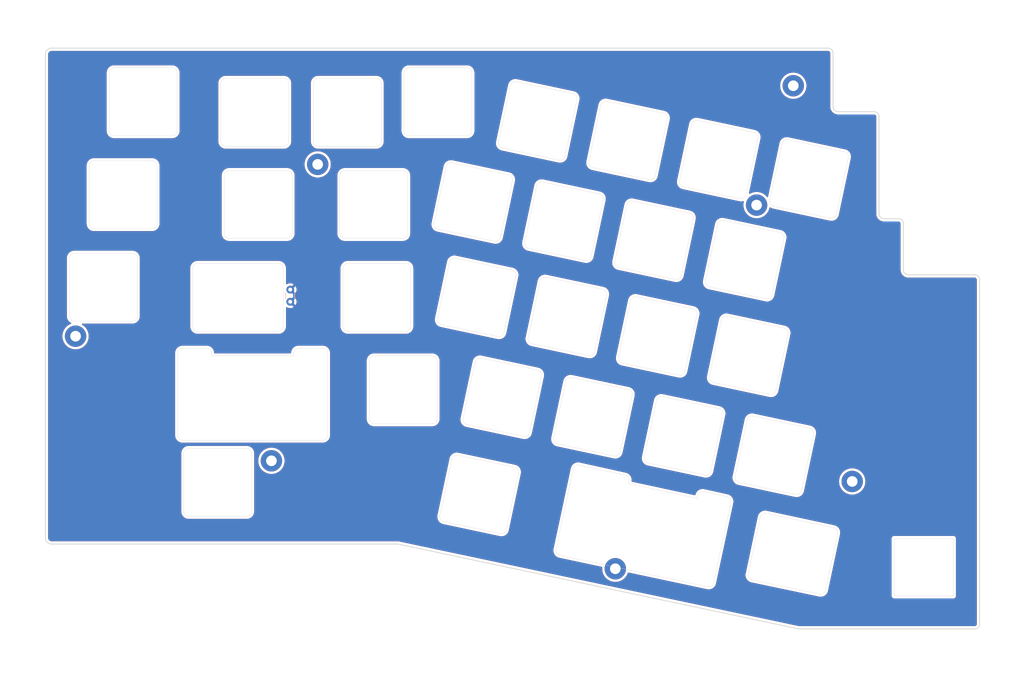
<source format=kicad_pcb>
(kicad_pcb (version 20171130) (host pcbnew "(5.1.6)-1")
  (layers (0 F.Cu signal) (31 B.Cu signal) (34 B.Paste user) (35 F.Paste user) (36 B.SilkS user) (37 F.SilkS user) (38 B.Mask user) (39 F.Mask user) (44 Edge.Cuts user))
  (net 0 "")
  (net 1 GND)
  (module cftkb:C_Disc_D3.0mm_W1.6mm_P2.50mm (layer B.Cu) (at 99.5045 84.2645 270)
    (fp_text reference C1 hide)
    (fp_text value Device_C_Small hide)
    (fp_line (start 0.621 -0.92) (end 1.879 -0.92) (layer B.SilkS) (width 0.12))
    (fp_line (start 0.621 0.92) (end 1.879 0.92) (layer B.SilkS) (width 0.12))
    (pad 1 thru_hole circle (at 0 0 270) (size 1.6 1.6) (drill 0.8) (layers *.Cu *.Mask) (net 1 GND))
    (pad 2 thru_hole circle (at 2.5 0 270) (size 1.6 1.6) (drill 0.8) (layers *.Cu *.Mask) (net 1 GND))
  )
  (module cftkb:MountingHole_2.2mm_M2_Pad (layer F.Cu) (at 203.073 42.291)
    (fp_text reference TH1)
    (fp_text value HOLE)
    (pad 1 thru_hole circle (at 0 0) (size 4.4 4.4) (drill 2.2) (layers *.Cu *.Mask))
  )
  (module cftkb:MountingHole_2.2mm_M2_Pad (layer F.Cu) (at 215.201491 123.761505)
    (fp_text reference TH5)
    (fp_text value HOLE)
    (pad 1 thru_hole circle (at 0 0) (size 4.4 4.4) (drill 2.2) (layers *.Cu *.Mask))
  )
  (module cftkb:MountingHole_2.2mm_M2_Pad (layer B.Cu) (at 55.308504 93.853003)
    (fp_text reference TH2)
    (fp_text value HOLE)
    (pad 1 thru_hole circle (at 0 0) (size 4.4 4.4) (drill 2.2) (layers *.Cu *.Mask))
  )
  (module cftkb:MountingHole_2.2mm_M2_Pad (layer F.Cu) (at 166.4335 141.732)
    (fp_text reference TH7)
    (fp_text value HOLE)
    (pad 1 thru_hole circle (at 0 0) (size 4.4 4.4) (drill 2.2) (layers *.Cu *.Mask))
  )
  (module cftkb:MountingHole_2.2mm_M2_Pad (layer F.Cu) (at 95.630996 119.506993)
    (fp_text reference TH4)
    (fp_text value HOLE)
    (pad 1 thru_hole circle (at 0 0) (size 4.4 4.4) (drill 2.2) (layers *.Cu *.Mask))
  )
  (module cftkb:MountingHole_2.2mm_M2_Pad (layer F.Cu) (at 105.156004 58.4835)
    (fp_text reference TH3)
    (fp_text value HOLE)
    (pad 1 thru_hole circle (at 0 0) (size 4.4 4.4) (drill 2.2) (layers *.Cu *.Mask))
  )
  (module cftkb:MountingHole_2.2mm_M2_Pad (layer F.Cu) (at 195.5165 66.8655)
    (fp_text reference TH6)
    (fp_text value HOLE)
    (pad 1 thru_hole circle (at 0 0) (size 4.4 4.4) (drill 2.2) (layers *.Cu *.Mask))
  )
  (gr_arc (start 240.411007 82.232509) (end 241.427013 82.232498) (angle -90) (layer Edge.Cuts) (width 0.15))
  (gr_arc (start 226.758502 80.200503) (end 225.742499 80.200503) (angle -90) (layer Edge.Cuts) (width 0.15))
  (gr_arc (start 224.726507 70.675509) (end 225.742513 70.675498) (angle -90) (layer Edge.Cuts) (width 0.15))
  (gr_line (start 225.742499 80.200503) (end 225.742513 70.675498) (layer Edge.Cuts) (width 0.15))
  (gr_line (start 240.410996 81.216503) (end 226.758502 81.216506) (layer Edge.Cuts) (width 0.15))
  (gr_arc (start 221.742002 68.643503) (end 220.725999 68.643503) (angle -90) (layer Edge.Cuts) (width 0.15))
  (gr_arc (start 219.71 48.641) (end 220.726 48.641) (angle -90) (layer Edge.Cuts) (width 0.15))
  (gr_arc (start 212.280502 46.609003) (end 211.264499 46.609003) (angle -90) (layer Edge.Cuts) (width 0.15))
  (gr_arc (start 210.2485 35.56) (end 211.2645 35.56) (angle -90) (layer Edge.Cuts) (width 0.15))
  (gr_line (start 211.264499 46.609003) (end 211.2645 35.56) (layer Edge.Cuts) (width 0.15))
  (gr_line (start 219.71 47.625) (end 212.2805 47.625) (layer Edge.Cuts) (width 0.15))
  (gr_line (start 220.725999 68.643503) (end 220.726 48.641) (layer Edge.Cuts) (width 0.15))
  (gr_line (start 224.726496 69.659503) (end 221.742002 69.659506) (layer Edge.Cuts) (width 0.15))
  (gr_arc (start 185.652883 144.440252) (end 185.44164 145.43406) (angle -90) (layer Edge.Cuts) (width 0.05))
  (gr_arc (start 189.207758 127.910119) (end 190.201561 128.121358) (angle -90) (layer Edge.Cuts) (width 0.05))
  (gr_arc (start 184.425118 126.8508) (end 184.636356 125.857) (angle -90) (layer Edge.Cuts) (width 0.05))
  (gr_arc (start 168.252758 123.465119) (end 169.246561 123.676358) (angle -90) (layer Edge.Cuts) (width 0.05))
  (gr_arc (start 155.216245 137.964383) (end 154.222441 137.753141) (angle -90) (layer Edge.Cuts) (width 0.05))
  (gr_arc (start 158.771118 121.370743) (end 158.982356 120.376943) (angle -90) (layer Edge.Cuts) (width 0.05))
  (gr_line (start 155.005003 138.958187) (end 185.44164 145.43406) (layer Edge.Cuts) (width 0.05))
  (gr_line (start 157.777318 121.159505) (end 154.222441 137.753141) (layer Edge.Cuts) (width 0.05))
  (gr_line (start 168.463997 122.471316) (end 158.982356 120.376943) (layer Edge.Cuts) (width 0.05))
  (gr_line (start 169.164 124.206) (end 169.246561 123.676358) (layer Edge.Cuts) (width 0.05))
  (gr_line (start 183.3245 127.254) (end 169.164 124.206) (layer Edge.Cuts) (width 0.05))
  (gr_line (start 183.431318 126.639562) (end 183.3245 127.254) (layer Edge.Cuts) (width 0.05))
  (gr_line (start 189.418997 126.916316) (end 184.636356 125.857) (layer Edge.Cuts) (width 0.05))
  (gr_line (start 186.646691 144.651495) (end 190.201561 128.121358) (layer Edge.Cuts) (width 0.05))
  (gr_arc (start 82.296001 97.345501) (end 83.312004 97.345501) (angle -90) (layer Edge.Cuts) (width 0.05))
  (gr_arc (start 77.343 97.3455) (end 77.343 96.3295) (angle -90) (layer Edge.Cuts) (width 0.05))
  (gr_arc (start 77.343003 114.2365) (end 76.326997 114.236498) (angle -90) (layer Edge.Cuts) (width 0.05))
  (gr_line (start 100.203 97.917) (end 100.203 97.3455) (layer Edge.Cuts) (width 0.05))
  (gr_line (start 85.725 97.917) (end 100.203 97.917) (layer Edge.Cuts) (width 0.05))
  (gr_line (start 83.312 97.917) (end 85.725 97.917) (layer Edge.Cuts) (width 0.05))
  (gr_line (start 83.312004 97.345501) (end 83.312 97.917) (layer Edge.Cuts) (width 0.05))
  (gr_line (start 77.343 96.3295) (end 82.296001 96.329498) (layer Edge.Cuts) (width 0.05))
  (gr_line (start 76.326997 114.236498) (end 76.327 97.3455) (layer Edge.Cuts) (width 0.05))
  (gr_line (start 106.171997 115.252505) (end 77.343001 115.252506) (layer Edge.Cuts) (width 0.05))
  (gr_arc (start 106.172 114.236494) (end 106.171997 115.252505) (angle -90) (layer Edge.Cuts) (width 0.05))
  (gr_line (start 107.188 97.3455) (end 107.188011 114.236497) (layer Edge.Cuts) (width 0.05))
  (gr_line (start 101.219 96.3295) (end 106.172001 96.329498) (layer Edge.Cuts) (width 0.05))
  (gr_arc (start 106.172001 97.345501) (end 107.188004 97.345501) (angle -90) (layer Edge.Cuts) (width 0.05))
  (gr_arc (start 101.219 97.3455) (end 101.219 96.3295) (angle -90) (layer Edge.Cuts) (width 0.05))
  (gr_arc (start 78.613002 117.983004) (end 78.612998 116.966999) (angle -89.99954885) (layer Edge.Cuts) (width 0.05))
  (gr_line (start 90.550999 130.936997) (end 78.613016 130.937004) (layer Edge.Cuts) (width 0.05))
  (gr_line (start 77.596999 129.921005) (end 77.596997 117.983) (layer Edge.Cuts) (width 0.05))
  (gr_line (start 78.612998 116.966999) (end 90.551 116.967) (layer Edge.Cuts) (width 0.05))
  (gr_line (start 91.567 117.983) (end 91.567005 129.921003) (layer Edge.Cuts) (width 0.05))
  (gr_arc (start 78.613007 129.920996) (end 77.596999 129.921005) (angle -90) (layer Edge.Cuts) (width 0.05))
  (gr_arc (start 90.551 117.983) (end 91.567 117.983) (angle -90) (layer Edge.Cuts) (width 0.05))
  (gr_arc (start 90.551003 129.921004) (end 90.550999 130.936997) (angle -90) (layer Edge.Cuts) (width 0.05))
  (gr_arc (start 133.797276 119.3536) (end 134.008512 118.359796) (angle -89.99954885) (layer Edge.Cuts) (width 0.05))
  (gr_line (start 142.781112 134.506567) (end 131.104002 132.024526) (layer Edge.Cuts) (width 0.05))
  (gr_line (start 130.321426 130.819488) (end 132.803474 119.142357) (layer Edge.Cuts) (width 0.05))
  (gr_line (start 134.008512 118.359796) (end 145.68564 120.841848) (layer Edge.Cuts) (width 0.05))
  (gr_line (start 146.468199 122.046883) (end 143.986153 133.724014) (layer Edge.Cuts) (width 0.05))
  (gr_arc (start 131.315233 131.030719) (end 130.321426 130.819488) (angle -90) (layer Edge.Cuts) (width 0.05))
  (gr_arc (start 145.474401 121.835645) (end 146.468199 122.046883) (angle -90) (layer Edge.Cuts) (width 0.05))
  (gr_arc (start 142.992354 133.512777) (end 142.781112 134.506567) (angle -90) (layer Edge.Cuts) (width 0.05))
  (gr_arc (start 197.273764 131.295804) (end 197.485 130.302) (angle -89.99954885) (layer Edge.Cuts) (width 0.05))
  (gr_line (start 208.503612 146.952567) (end 194.581442 144.031283) (layer Edge.Cuts) (width 0.05))
  (gr_line (start 193.802 142.748) (end 196.279962 131.08456) (layer Edge.Cuts) (width 0.05))
  (gr_line (start 197.485 130.302) (end 211.40814 133.287848) (layer Edge.Cuts) (width 0.05))
  (gr_line (start 212.190699 134.492883) (end 209.708653 146.170014) (layer Edge.Cuts) (width 0.05))
  (gr_arc (start 194.795807 143.022731) (end 193.802 142.748) (angle -93.45359634) (layer Edge.Cuts) (width 0.05))
  (gr_arc (start 211.196901 134.281645) (end 212.190699 134.492883) (angle -90) (layer Edge.Cuts) (width 0.05))
  (gr_arc (start 208.714854 145.958777) (end 208.503612 146.952567) (angle -90) (layer Edge.Cuts) (width 0.05))
  (gr_arc (start 194.566776 111.2891) (end 194.778012 110.295296) (angle -89.99954885) (layer Edge.Cuts) (width 0.05))
  (gr_line (start 203.550612 126.442067) (end 191.873502 123.960026) (layer Edge.Cuts) (width 0.05))
  (gr_line (start 191.090926 122.754988) (end 193.572974 111.077857) (layer Edge.Cuts) (width 0.05))
  (gr_line (start 194.778012 110.295296) (end 206.45514 112.777348) (layer Edge.Cuts) (width 0.05))
  (gr_line (start 207.237699 113.982383) (end 204.755653 125.659514) (layer Edge.Cuts) (width 0.05))
  (gr_arc (start 192.084733 122.966219) (end 191.090926 122.754988) (angle -90) (layer Edge.Cuts) (width 0.05))
  (gr_arc (start 206.243901 113.771145) (end 207.237699 113.982383) (angle -90) (layer Edge.Cuts) (width 0.05))
  (gr_arc (start 203.761854 125.448277) (end 203.550612 126.442067) (angle -90) (layer Edge.Cuts) (width 0.05))
  (gr_arc (start 175.897776 107.2886) (end 176.109012 106.294796) (angle -89.99954885) (layer Edge.Cuts) (width 0.05))
  (gr_line (start 184.881612 122.441567) (end 173.204502 119.959526) (layer Edge.Cuts) (width 0.05))
  (gr_line (start 172.421926 118.754488) (end 174.903974 107.077357) (layer Edge.Cuts) (width 0.05))
  (gr_line (start 176.109012 106.294796) (end 187.78614 108.776848) (layer Edge.Cuts) (width 0.05))
  (gr_line (start 188.568699 109.981883) (end 186.086653 121.659014) (layer Edge.Cuts) (width 0.05))
  (gr_arc (start 173.415733 118.965719) (end 172.421926 118.754488) (angle -90) (layer Edge.Cuts) (width 0.05))
  (gr_arc (start 187.574901 109.770645) (end 188.568699 109.981883) (angle -90) (layer Edge.Cuts) (width 0.05))
  (gr_arc (start 185.092854 121.447777) (end 184.881612 122.441567) (angle -90) (layer Edge.Cuts) (width 0.05))
  (gr_arc (start 157.228776 103.3516) (end 157.440012 102.357796) (angle -89.99954885) (layer Edge.Cuts) (width 0.05))
  (gr_line (start 166.212612 118.504567) (end 154.535502 116.022526) (layer Edge.Cuts) (width 0.05))
  (gr_line (start 153.752926 114.817488) (end 156.234974 103.140357) (layer Edge.Cuts) (width 0.05))
  (gr_line (start 157.440012 102.357796) (end 169.11714 104.839848) (layer Edge.Cuts) (width 0.05))
  (gr_line (start 169.899699 106.044883) (end 167.417653 117.722014) (layer Edge.Cuts) (width 0.05))
  (gr_arc (start 154.746733 115.028719) (end 153.752926 114.817488) (angle -90) (layer Edge.Cuts) (width 0.05))
  (gr_arc (start 168.905901 105.833645) (end 169.899699 106.044883) (angle -90) (layer Edge.Cuts) (width 0.05))
  (gr_arc (start 166.423854 117.510777) (end 166.212612 118.504567) (angle -90) (layer Edge.Cuts) (width 0.05))
  (gr_arc (start 138.559776 99.3511) (end 138.771012 98.357296) (angle -89.99954885) (layer Edge.Cuts) (width 0.05))
  (gr_line (start 147.543612 114.504067) (end 135.866502 112.022026) (layer Edge.Cuts) (width 0.05))
  (gr_line (start 135.083926 110.816988) (end 137.565974 99.139857) (layer Edge.Cuts) (width 0.05))
  (gr_line (start 138.771012 98.357296) (end 150.44814 100.839348) (layer Edge.Cuts) (width 0.05))
  (gr_line (start 151.230699 102.044383) (end 148.748653 113.721514) (layer Edge.Cuts) (width 0.05))
  (gr_arc (start 136.077733 111.028219) (end 135.083926 110.816988) (angle -90) (layer Edge.Cuts) (width 0.05))
  (gr_arc (start 150.236901 101.833145) (end 151.230699 102.044383) (angle -90) (layer Edge.Cuts) (width 0.05))
  (gr_arc (start 147.754854 113.510277) (end 147.543612 114.504067) (angle -90) (layer Edge.Cuts) (width 0.05))
  (gr_arc (start 116.776502 98.933004) (end 116.776498 97.916999) (angle -89.99954885) (layer Edge.Cuts) (width 0.05))
  (gr_line (start 128.714499 111.886997) (end 116.776516 111.887004) (layer Edge.Cuts) (width 0.05))
  (gr_line (start 115.760499 110.871005) (end 115.760497 98.933) (layer Edge.Cuts) (width 0.05))
  (gr_line (start 116.776498 97.916999) (end 128.7145 97.917) (layer Edge.Cuts) (width 0.05))
  (gr_line (start 129.7305 98.933) (end 129.730505 110.871003) (layer Edge.Cuts) (width 0.05))
  (gr_arc (start 116.776507 110.870996) (end 115.760499 110.871005) (angle -90) (layer Edge.Cuts) (width 0.05))
  (gr_arc (start 128.7145 98.933) (end 129.7305 98.933) (angle -90) (layer Edge.Cuts) (width 0.05))
  (gr_arc (start 128.714503 110.871004) (end 128.714499 111.886997) (angle -90) (layer Edge.Cuts) (width 0.05))
  (gr_arc (start 55.054502 77.787504) (end 55.054498 76.771499) (angle -89.99954885) (layer Edge.Cuts) (width 0.05))
  (gr_line (start 66.992499 90.741497) (end 55.054516 90.741504) (layer Edge.Cuts) (width 0.05))
  (gr_line (start 54.038499 89.725505) (end 54.038497 77.7875) (layer Edge.Cuts) (width 0.05))
  (gr_line (start 55.054498 76.771499) (end 66.9925 76.7715) (layer Edge.Cuts) (width 0.05))
  (gr_line (start 68.0085 77.7875) (end 68.008505 89.725503) (layer Edge.Cuts) (width 0.05))
  (gr_arc (start 55.054507 89.725496) (end 54.038499 89.725505) (angle -90) (layer Edge.Cuts) (width 0.05))
  (gr_arc (start 66.9925 77.7875) (end 68.0085 77.7875) (angle -90) (layer Edge.Cuts) (width 0.05))
  (gr_arc (start 66.992503 89.725504) (end 66.992499 90.741497) (angle -90) (layer Edge.Cuts) (width 0.05))
  (gr_arc (start 111.379002 79.883004) (end 111.378998 78.866999) (angle -89.99954885) (layer Edge.Cuts) (width 0.05))
  (gr_line (start 123.316999 92.836997) (end 111.379016 92.837004) (layer Edge.Cuts) (width 0.05))
  (gr_line (start 111.378998 78.867) (end 123.317 78.867) (layer Edge.Cuts) (width 0.05))
  (gr_arc (start 123.317 79.883) (end 124.333 79.883) (angle -90) (layer Edge.Cuts) (width 0.05))
  (gr_arc (start 123.317003 91.821004) (end 123.316999 92.836997) (angle -90) (layer Edge.Cuts) (width 0.05))
  (gr_arc (start 80.454502 79.883004) (end 80.454498 78.866999) (angle -89.99954885) (layer Edge.Cuts) (width 0.05))
  (gr_line (start 97.0915 92.837) (end 80.454516 92.837004) (layer Edge.Cuts) (width 0.05))
  (gr_line (start 79.438499 91.821005) (end 79.438497 79.883) (layer Edge.Cuts) (width 0.05))
  (gr_line (start 80.454498 78.866999) (end 97.0915 78.867) (layer Edge.Cuts) (width 0.05))
  (gr_line (start 98.1075 79.883) (end 98.107497 91.821011) (layer Edge.Cuts) (width 0.05))
  (gr_arc (start 80.454507 91.820996) (end 79.438499 91.821005) (angle -90) (layer Edge.Cuts) (width 0.05))
  (gr_arc (start 97.0915 79.883) (end 98.1075 79.883) (angle -90) (layer Edge.Cuts) (width 0.05))
  (gr_arc (start 97.091504 91.821007) (end 97.0915 92.837) (angle -90) (layer Edge.Cuts) (width 0.05))
  (gr_line (start 110.362999 91.821005) (end 110.362997 79.883) (layer Edge.Cuts) (width 0.05))
  (gr_line (start 124.333 79.883) (end 124.333005 91.821003) (layer Edge.Cuts) (width 0.05))
  (gr_arc (start 111.379007 91.820996) (end 110.362999 91.821005) (angle -90) (layer Edge.Cuts) (width 0.05))
  (gr_arc (start 133.289276 78.7771) (end 133.500512 77.783296) (angle -89.99954885) (layer Edge.Cuts) (width 0.05))
  (gr_line (start 142.273112 93.930067) (end 130.596002 91.448026) (layer Edge.Cuts) (width 0.05))
  (gr_line (start 129.813426 90.242988) (end 132.295474 78.565857) (layer Edge.Cuts) (width 0.05))
  (gr_line (start 133.500512 77.783296) (end 145.17764 80.265348) (layer Edge.Cuts) (width 0.05))
  (gr_line (start 145.960199 81.470383) (end 143.478153 93.147514) (layer Edge.Cuts) (width 0.05))
  (gr_arc (start 130.807233 90.454219) (end 129.813426 90.242988) (angle -90) (layer Edge.Cuts) (width 0.05))
  (gr_arc (start 144.966401 81.259145) (end 145.960199 81.470383) (angle -90) (layer Edge.Cuts) (width 0.05))
  (gr_arc (start 142.484354 92.936277) (end 142.273112 93.930067) (angle -90) (layer Edge.Cuts) (width 0.05))
  (gr_arc (start 151.958276 82.7141) (end 152.169512 81.720296) (angle -89.99954885) (layer Edge.Cuts) (width 0.05))
  (gr_line (start 160.942112 97.867067) (end 149.265002 95.385026) (layer Edge.Cuts) (width 0.05))
  (gr_line (start 148.482426 94.179988) (end 150.964474 82.502857) (layer Edge.Cuts) (width 0.05))
  (gr_line (start 152.169512 81.720296) (end 163.84664 84.202348) (layer Edge.Cuts) (width 0.05))
  (gr_line (start 164.629199 85.407383) (end 162.147153 97.084514) (layer Edge.Cuts) (width 0.05))
  (gr_arc (start 149.476233 94.391219) (end 148.482426 94.179988) (angle -90) (layer Edge.Cuts) (width 0.05))
  (gr_arc (start 163.635401 85.196145) (end 164.629199 85.407383) (angle -90) (layer Edge.Cuts) (width 0.05))
  (gr_arc (start 161.153354 96.873277) (end 160.942112 97.867067) (angle -90) (layer Edge.Cuts) (width 0.05))
  (gr_arc (start 170.561412 86.704437) (end 170.772647 85.710632) (angle -89.99954885) (layer Edge.Cuts) (width 0.05))
  (gr_line (start 179.545248 101.857402) (end 167.868138 99.375362) (layer Edge.Cuts) (width 0.05))
  (gr_line (start 167.085561 98.170325) (end 169.56761 86.493193) (layer Edge.Cuts) (width 0.05))
  (gr_line (start 170.772647 85.710632) (end 182.449775 88.192683) (layer Edge.Cuts) (width 0.05))
  (gr_line (start 183.232336 89.39772) (end 180.750289 101.074851) (layer Edge.Cuts) (width 0.05))
  (gr_arc (start 168.079369 98.381556) (end 167.085561 98.170325) (angle -90) (layer Edge.Cuts) (width 0.05))
  (gr_arc (start 182.238536 89.186482) (end 183.232336 89.39772) (angle -90) (layer Edge.Cuts) (width 0.05))
  (gr_arc (start 179.756489 100.863612) (end 179.545248 101.857402) (angle -90) (layer Edge.Cuts) (width 0.05))
  (gr_arc (start 189.293912 90.704937) (end 189.505147 89.711132) (angle -89.99954885) (layer Edge.Cuts) (width 0.05))
  (gr_line (start 198.277748 105.857902) (end 186.600638 103.375862) (layer Edge.Cuts) (width 0.05))
  (gr_line (start 185.818061 102.170825) (end 188.30011 90.493693) (layer Edge.Cuts) (width 0.05))
  (gr_line (start 189.505147 89.711132) (end 201.182275 92.193183) (layer Edge.Cuts) (width 0.05))
  (gr_line (start 201.964836 93.39822) (end 199.482789 105.075351) (layer Edge.Cuts) (width 0.05))
  (gr_arc (start 186.811869 102.382056) (end 185.818061 102.170825) (angle -90) (layer Edge.Cuts) (width 0.05))
  (gr_arc (start 200.971036 93.186982) (end 201.964836 93.39822) (angle -90) (layer Edge.Cuts) (width 0.05))
  (gr_arc (start 198.488989 104.864112) (end 198.277748 105.857902) (angle -90) (layer Edge.Cuts) (width 0.05))
  (gr_arc (start 188.468412 71.019937) (end 188.679647 70.026132) (angle -89.99954885) (layer Edge.Cuts) (width 0.05))
  (gr_line (start 197.452248 86.172902) (end 185.775138 83.690862) (layer Edge.Cuts) (width 0.05))
  (gr_line (start 184.992561 82.485825) (end 187.47461 70.808693) (layer Edge.Cuts) (width 0.05))
  (gr_line (start 188.679647 70.026132) (end 200.356775 72.508183) (layer Edge.Cuts) (width 0.05))
  (gr_line (start 201.139336 73.71322) (end 198.657289 85.390351) (layer Edge.Cuts) (width 0.05))
  (gr_arc (start 185.986369 82.697056) (end 184.992561 82.485825) (angle -90) (layer Edge.Cuts) (width 0.05))
  (gr_arc (start 200.145536 73.501982) (end 201.139336 73.71322) (angle -90) (layer Edge.Cuts) (width 0.05))
  (gr_arc (start 197.663489 85.179112) (end 197.452248 86.172902) (angle -90) (layer Edge.Cuts) (width 0.05))
  (gr_arc (start 169.799412 67.019437) (end 170.010647 66.025632) (angle -89.99954885) (layer Edge.Cuts) (width 0.05))
  (gr_line (start 178.783248 82.172402) (end 167.106138 79.690362) (layer Edge.Cuts) (width 0.05))
  (gr_line (start 166.323561 78.485325) (end 168.80561 66.808193) (layer Edge.Cuts) (width 0.05))
  (gr_line (start 170.010647 66.025632) (end 181.687775 68.507683) (layer Edge.Cuts) (width 0.05))
  (gr_line (start 182.470336 69.71272) (end 179.988289 81.389851) (layer Edge.Cuts) (width 0.05))
  (gr_arc (start 167.317369 78.696556) (end 166.323561 78.485325) (angle -90) (layer Edge.Cuts) (width 0.05))
  (gr_arc (start 181.476536 69.501482) (end 182.470336 69.71272) (angle -90) (layer Edge.Cuts) (width 0.05))
  (gr_arc (start 178.994489 81.178612) (end 178.783248 82.172402) (angle -90) (layer Edge.Cuts) (width 0.05))
  (gr_arc (start 151.257412 63.082437) (end 151.468647 62.088632) (angle -89.99954885) (layer Edge.Cuts) (width 0.05))
  (gr_line (start 160.241248 78.235402) (end 148.564138 75.753362) (layer Edge.Cuts) (width 0.05))
  (gr_line (start 147.781561 74.548325) (end 150.26361 62.871193) (layer Edge.Cuts) (width 0.05))
  (gr_line (start 151.468647 62.088632) (end 163.145775 64.570683) (layer Edge.Cuts) (width 0.05))
  (gr_line (start 163.928336 65.77572) (end 161.446289 77.452851) (layer Edge.Cuts) (width 0.05))
  (gr_arc (start 148.775369 74.759556) (end 147.781561 74.548325) (angle -90) (layer Edge.Cuts) (width 0.05))
  (gr_arc (start 162.934536 65.564482) (end 163.928336 65.77572) (angle -90) (layer Edge.Cuts) (width 0.05))
  (gr_arc (start 160.452489 77.241612) (end 160.241248 78.235402) (angle -90) (layer Edge.Cuts) (width 0.05))
  (gr_arc (start 132.588412 59.145437) (end 132.799647 58.151632) (angle -89.99954885) (layer Edge.Cuts) (width 0.05))
  (gr_line (start 141.572248 74.298402) (end 129.895138 71.816362) (layer Edge.Cuts) (width 0.05))
  (gr_line (start 129.112561 70.611325) (end 131.59461 58.934193) (layer Edge.Cuts) (width 0.05))
  (gr_line (start 132.799647 58.151632) (end 144.476775 60.633683) (layer Edge.Cuts) (width 0.05))
  (gr_line (start 145.259336 61.83872) (end 142.777289 73.515851) (layer Edge.Cuts) (width 0.05))
  (gr_arc (start 130.106369 70.822556) (end 129.112561 70.611325) (angle -90) (layer Edge.Cuts) (width 0.05))
  (gr_arc (start 144.265536 61.627482) (end 145.259336 61.83872) (angle -90) (layer Edge.Cuts) (width 0.05))
  (gr_arc (start 141.783489 73.304612) (end 141.572248 74.298402) (angle -90) (layer Edge.Cuts) (width 0.05))
  (gr_arc (start 110.744002 60.769504) (end 110.743998 59.753499) (angle -89.99954885) (layer Edge.Cuts) (width 0.05))
  (gr_line (start 122.681999 73.723497) (end 110.744016 73.723504) (layer Edge.Cuts) (width 0.05))
  (gr_line (start 109.727999 72.707505) (end 109.727997 60.7695) (layer Edge.Cuts) (width 0.05))
  (gr_line (start 110.743998 59.753499) (end 122.682 59.7535) (layer Edge.Cuts) (width 0.05))
  (gr_line (start 123.698 60.7695) (end 123.698005 72.707503) (layer Edge.Cuts) (width 0.05))
  (gr_arc (start 110.744007 72.707496) (end 109.727999 72.707505) (angle -90) (layer Edge.Cuts) (width 0.05))
  (gr_arc (start 122.682 60.7695) (end 123.698 60.7695) (angle -90) (layer Edge.Cuts) (width 0.05))
  (gr_arc (start 122.682003 72.707504) (end 122.681999 73.723497) (angle -90) (layer Edge.Cuts) (width 0.05))
  (gr_arc (start 86.931502 60.769504) (end 86.931498 59.753499) (angle -89.99954885) (layer Edge.Cuts) (width 0.05))
  (gr_line (start 98.869499 73.723497) (end 86.931516 73.723504) (layer Edge.Cuts) (width 0.05))
  (gr_line (start 85.915499 72.707505) (end 85.915497 60.7695) (layer Edge.Cuts) (width 0.05))
  (gr_line (start 86.931498 59.753499) (end 98.8695 59.7535) (layer Edge.Cuts) (width 0.05))
  (gr_line (start 99.8855 60.7695) (end 99.885505 72.707503) (layer Edge.Cuts) (width 0.05))
  (gr_arc (start 86.931507 72.707496) (end 85.915499 72.707505) (angle -90) (layer Edge.Cuts) (width 0.05))
  (gr_arc (start 98.8695 60.7695) (end 99.8855 60.7695) (angle -90) (layer Edge.Cuts) (width 0.05))
  (gr_arc (start 98.869503 72.707504) (end 98.869499 73.723497) (angle -90) (layer Edge.Cuts) (width 0.05))
  (gr_arc (start 59.118502 58.737504) (end 59.118498 57.721499) (angle -89.99954885) (layer Edge.Cuts) (width 0.05))
  (gr_line (start 71.056499 71.691497) (end 59.118516 71.691504) (layer Edge.Cuts) (width 0.05))
  (gr_line (start 58.102499 70.675505) (end 58.102497 58.7375) (layer Edge.Cuts) (width 0.05))
  (gr_line (start 59.118498 57.721499) (end 71.0565 57.7215) (layer Edge.Cuts) (width 0.05))
  (gr_line (start 72.0725 58.7375) (end 72.072505 70.675503) (layer Edge.Cuts) (width 0.05))
  (gr_arc (start 59.118507 70.675496) (end 58.102499 70.675505) (angle -90) (layer Edge.Cuts) (width 0.05))
  (gr_arc (start 71.0565 58.7375) (end 72.0725 58.7375) (angle -90) (layer Edge.Cuts) (width 0.05))
  (gr_arc (start 71.056503 70.675504) (end 71.056499 71.691497) (angle -90) (layer Edge.Cuts) (width 0.05))
  (gr_arc (start 201.73395 54.408815) (end 201.945187 53.415011) (angle -89.99954885) (layer Edge.Cuts) (width 0.05))
  (gr_line (start 210.717788 69.561779) (end 199.040678 67.079741) (layer Edge.Cuts) (width 0.05))
  (gr_line (start 198.2581 65.874702) (end 200.740148 54.197571) (layer Edge.Cuts) (width 0.05))
  (gr_line (start 201.945187 53.415011) (end 213.622314 55.897061) (layer Edge.Cuts) (width 0.05))
  (gr_line (start 214.404873 57.102097) (end 211.922829 68.779227) (layer Edge.Cuts) (width 0.05))
  (gr_arc (start 199.251908 66.085933) (end 198.2581 65.874702) (angle -90) (layer Edge.Cuts) (width 0.05))
  (gr_arc (start 213.411075 56.890859) (end 214.404873 57.102097) (angle -90) (layer Edge.Cuts) (width 0.05))
  (gr_arc (start 210.929028 68.567989) (end 210.717788 69.561779) (angle -90) (layer Edge.Cuts) (width 0.05))
  (gr_arc (start 183.12845 50.408315) (end 183.339687 49.414511) (angle -89.99954885) (layer Edge.Cuts) (width 0.05))
  (gr_line (start 192.112288 65.561279) (end 180.435178 63.079241) (layer Edge.Cuts) (width 0.05))
  (gr_line (start 179.6526 61.874202) (end 182.134648 50.197071) (layer Edge.Cuts) (width 0.05))
  (gr_line (start 183.339687 49.414511) (end 195.016814 51.896561) (layer Edge.Cuts) (width 0.05))
  (gr_line (start 195.799373 53.101597) (end 193.317329 64.778727) (layer Edge.Cuts) (width 0.05))
  (gr_arc (start 180.646408 62.085433) (end 179.6526 61.874202) (angle -90) (layer Edge.Cuts) (width 0.05))
  (gr_arc (start 194.805575 52.890359) (end 195.799373 53.101597) (angle -90) (layer Edge.Cuts) (width 0.05))
  (gr_arc (start 192.323528 64.567489) (end 192.112288 65.561279) (angle -90) (layer Edge.Cuts) (width 0.05))
  (gr_arc (start 164.45945 46.471315) (end 164.670687 45.477511) (angle -89.99954885) (layer Edge.Cuts) (width 0.05))
  (gr_line (start 173.443288 61.624279) (end 161.766178 59.142241) (layer Edge.Cuts) (width 0.05))
  (gr_line (start 160.9836 57.937202) (end 163.465648 46.260071) (layer Edge.Cuts) (width 0.05))
  (gr_line (start 164.670687 45.477511) (end 176.347814 47.959561) (layer Edge.Cuts) (width 0.05))
  (gr_line (start 177.130373 49.164597) (end 174.648329 60.841727) (layer Edge.Cuts) (width 0.05))
  (gr_arc (start 161.977408 58.148433) (end 160.9836 57.937202) (angle -90) (layer Edge.Cuts) (width 0.05))
  (gr_arc (start 176.136575 48.953359) (end 177.130373 49.164597) (angle -90) (layer Edge.Cuts) (width 0.05))
  (gr_arc (start 173.654528 60.630489) (end 173.443288 61.624279) (angle -90) (layer Edge.Cuts) (width 0.05))
  (gr_line (start 223.8375 147.32) (end 223.8375 135.509) (layer Edge.Cuts) (width 0.05))
  (gr_line (start 236.0295 147.32) (end 223.8375 147.32) (layer Edge.Cuts) (width 0.05))
  (gr_line (start 236.0295 135.509) (end 236.0295 147.32) (layer Edge.Cuts) (width 0.05))
  (gr_line (start 223.8375 135.509) (end 236.0295 135.509) (layer Edge.Cuts) (width 0.05))
  (gr_line (start 158.534335 45.135748) (end 156.05229 56.812878) (layer Edge.Cuts) (width 0.05))
  (gr_arc (start 155.058491 56.60164) (end 154.847248 57.59543) (angle -90) (layer Edge.Cuts) (width 0.05))
  (gr_line (start 146.074647 41.448662) (end 157.751776 43.930712) (layer Edge.Cuts) (width 0.05))
  (gr_arc (start 143.381369 54.119584) (end 142.387562 53.908353) (angle -90) (layer Edge.Cuts) (width 0.05))
  (gr_line (start 154.847248 57.59543) (end 143.170137 55.11339) (layer Edge.Cuts) (width 0.05))
  (gr_arc (start 145.863412 42.442465) (end 146.074647 41.448662) (angle -89.99954885) (layer Edge.Cuts) (width 0.05))
  (gr_line (start 142.387562 53.908353) (end 144.86961 42.231221) (layer Edge.Cuts) (width 0.05))
  (gr_arc (start 157.540537 44.924509) (end 158.534335 45.135748) (angle -90) (layer Edge.Cuts) (width 0.05))
  (gr_line (start 136.906 39.624) (end 136.906005 51.562003) (layer Edge.Cuts) (width 0.05))
  (gr_arc (start 135.890003 51.562004) (end 135.889999 52.577997) (angle -90) (layer Edge.Cuts) (width 0.05))
  (gr_line (start 123.951998 38.607999) (end 135.89 38.608) (layer Edge.Cuts) (width 0.05))
  (gr_arc (start 123.952007 51.561996) (end 122.935999 51.562005) (angle -90) (layer Edge.Cuts) (width 0.05))
  (gr_line (start 135.889999 52.577997) (end 123.952016 52.578004) (layer Edge.Cuts) (width 0.05))
  (gr_arc (start 123.952002 39.624004) (end 123.951998 38.607999) (angle -89.99954885) (layer Edge.Cuts) (width 0.05))
  (gr_line (start 122.935999 51.562005) (end 122.935997 39.624) (layer Edge.Cuts) (width 0.05))
  (gr_arc (start 135.89 39.624) (end 136.906 39.624) (angle -90) (layer Edge.Cuts) (width 0.05))
  (gr_line (start 118.237 41.783) (end 118.237005 53.721003) (layer Edge.Cuts) (width 0.05))
  (gr_arc (start 117.221003 53.721004) (end 117.220999 54.736997) (angle -90) (layer Edge.Cuts) (width 0.05))
  (gr_line (start 105.282998 40.766999) (end 117.221 40.767) (layer Edge.Cuts) (width 0.05))
  (gr_arc (start 105.283007 53.720996) (end 104.266999 53.721005) (angle -90) (layer Edge.Cuts) (width 0.05))
  (gr_line (start 117.220999 54.736997) (end 105.283016 54.737004) (layer Edge.Cuts) (width 0.05))
  (gr_arc (start 105.283002 41.783004) (end 105.282998 40.766999) (angle -89.99954885) (layer Edge.Cuts) (width 0.05))
  (gr_line (start 104.266999 53.721005) (end 104.266997 41.783) (layer Edge.Cuts) (width 0.05))
  (gr_arc (start 117.221 41.783) (end 118.237 41.783) (angle -90) (layer Edge.Cuts) (width 0.05))
  (gr_line (start 99.187 41.783) (end 99.187005 53.721003) (layer Edge.Cuts) (width 0.05))
  (gr_arc (start 98.171003 53.721004) (end 98.170999 54.736997) (angle -90) (layer Edge.Cuts) (width 0.05))
  (gr_line (start 86.232998 40.766999) (end 98.171 40.767) (layer Edge.Cuts) (width 0.05))
  (gr_arc (start 86.233007 53.720996) (end 85.216999 53.721005) (angle -90) (layer Edge.Cuts) (width 0.05))
  (gr_line (start 98.170999 54.736997) (end 86.233016 54.737004) (layer Edge.Cuts) (width 0.05))
  (gr_arc (start 86.233002 41.783004) (end 86.232998 40.766999) (angle -89.99954885) (layer Edge.Cuts) (width 0.05))
  (gr_line (start 85.216999 53.721005) (end 85.216997 41.783) (layer Edge.Cuts) (width 0.05))
  (gr_arc (start 98.171 41.783) (end 99.187 41.783) (angle -90) (layer Edge.Cuts) (width 0.05))
  (gr_line (start 76.2 39.624) (end 76.200005 51.562003) (layer Edge.Cuts) (width 0.05))
  (gr_arc (start 75.184003 51.562004) (end 75.183999 52.577997) (angle -90) (layer Edge.Cuts) (width 0.05))
  (gr_line (start 63.245998 38.607999) (end 75.184 38.608) (layer Edge.Cuts) (width 0.05))
  (gr_arc (start 63.246007 51.561996) (end 62.229999 51.562005) (angle -90) (layer Edge.Cuts) (width 0.05))
  (gr_line (start 75.183999 52.577997) (end 63.246016 52.578004) (layer Edge.Cuts) (width 0.05))
  (gr_arc (start 63.246002 39.624004) (end 63.245998 38.607999) (angle -89.99954885) (layer Edge.Cuts) (width 0.05))
  (gr_line (start 62.229999 51.562005) (end 62.229997 39.624) (layer Edge.Cuts) (width 0.05))
  (gr_arc (start 75.184 39.624) (end 76.2 39.624) (angle -90) (layer Edge.Cuts) (width 0.05))
  (gr_line (start 121.666 136.652) (end 204.1525 154.1145) (layer Edge.Cuts) (width 0.15))
  (gr_line (start 121.666 136.652) (end 50.3555 136.652) (layer Edge.Cuts) (width 0.15))
  (gr_line (start 204.1525 154.1145) (end 240.4745 154.1145) (layer Edge.Cuts) (width 0.15))
  (gr_line (start 241.427 153.162) (end 241.427013 82.232498) (layer Edge.Cuts) (width 0.15))
  (gr_arc (start 240.4745 153.162) (end 240.4745 154.1145) (angle -90) (layer Edge.Cuts) (width 0.15))
  (gr_line (start 210.2485 34.544) (end 50.3555 34.544) (layer Edge.Cuts) (width 0.15))
  (gr_line (start 49.0855 35.814) (end 49.0855 135.382) (layer Edge.Cuts) (width 0.15))
  (gr_arc (start 50.3555 35.814) (end 50.3555 34.544) (angle -90) (layer Edge.Cuts) (width 0.15))
  (gr_arc (start 50.3555 135.382) (end 49.0855 135.382) (angle -90) (layer Edge.Cuts) (width 0.15))
  (zone (net 1) (net_name GND) (layer F.Cu) (connect_pads (clearance 0.508)) (min_thickness 0.254) (fill yes (arc_segments 32) (thermal_gap 0.508) (thermal_bridge_width 0.508))
    (polygon (pts (xy 250.571 163.576) (xy 39.751 163.576) (xy 39.751 24.638) (xy 250.571 24.638)))
  )
  (zone (net 1) (net_name GND) (layer B.Cu) (connect_pads (clearance 0.508)) (min_thickness 0.254) (fill yes (arc_segments 32) (thermal_gap 0.508) (thermal_bridge_width 0.508))
    (polygon (pts (xy 250.571 163.576) (xy 39.751 163.576) (xy 39.751 24.638) (xy 250.571 24.638)))
  )
)
</source>
